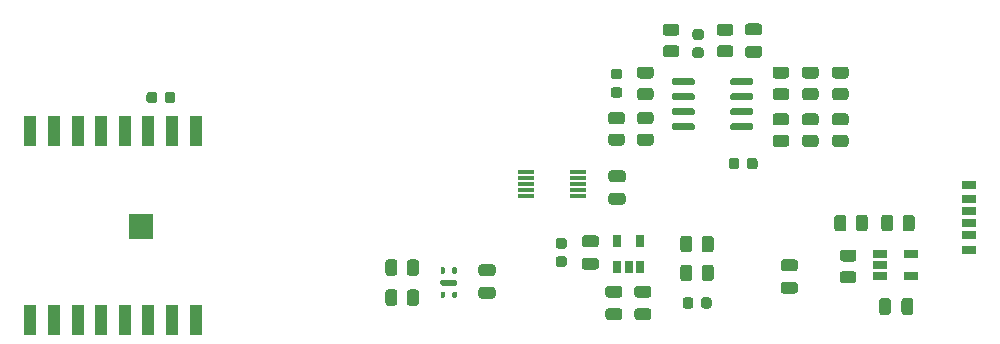
<source format=gtp>
G04 #@! TF.GenerationSoftware,KiCad,Pcbnew,(5.1.9)-1*
G04 #@! TF.CreationDate,2021-03-16T21:00:22+08:00*
G04 #@! TF.ProjectId,mcu,6d63752e-6b69-4636-9164-5f7063625858,v1.0*
G04 #@! TF.SameCoordinates,Original*
G04 #@! TF.FileFunction,Paste,Top*
G04 #@! TF.FilePolarity,Positive*
%FSLAX46Y46*%
G04 Gerber Fmt 4.6, Leading zero omitted, Abs format (unit mm)*
G04 Created by KiCad (PCBNEW (5.1.9)-1) date 2021-03-16 21:00:22*
%MOMM*%
%LPD*%
G01*
G04 APERTURE LIST*
%ADD10C,0.010000*%
%ADD11R,1.100000X2.600000*%
%ADD12R,1.400000X0.300000*%
%ADD13R,0.650000X1.060000*%
%ADD14R,1.220000X0.650000*%
%ADD15R,1.200000X0.700000*%
%ADD16R,1.200000X0.760000*%
%ADD17R,1.200000X0.800000*%
G04 APERTURE END LIST*
D10*
G36*
X53536600Y-88036400D02*
G01*
X53536600Y-90036400D01*
X51536600Y-90036400D01*
X51536600Y-88036400D01*
X53536600Y-88036400D01*
G37*
X53536600Y-88036400D02*
X53536600Y-90036400D01*
X51536600Y-90036400D01*
X51536600Y-88036400D01*
X53536600Y-88036400D01*
G36*
G01*
X75076000Y-93033002D02*
X75076000Y-92132998D01*
G75*
G02*
X75325998Y-91883000I249998J0D01*
G01*
X75851002Y-91883000D01*
G75*
G02*
X76101000Y-92132998I0J-249998D01*
G01*
X76101000Y-93033002D01*
G75*
G02*
X75851002Y-93283000I-249998J0D01*
G01*
X75325998Y-93283000D01*
G75*
G02*
X75076000Y-93033002I0J249998D01*
G01*
G37*
G36*
G01*
X73251000Y-93033002D02*
X73251000Y-92132998D01*
G75*
G02*
X73500998Y-91883000I249998J0D01*
G01*
X74026002Y-91883000D01*
G75*
G02*
X74276000Y-92132998I0J-249998D01*
G01*
X74276000Y-93033002D01*
G75*
G02*
X74026002Y-93283000I-249998J0D01*
G01*
X73500998Y-93283000D01*
G75*
G02*
X73251000Y-93033002I0J249998D01*
G01*
G37*
G36*
G01*
X78038000Y-93603000D02*
X79188000Y-93603000D01*
G75*
G02*
X79313000Y-93728000I0J-125000D01*
G01*
X79313000Y-93978000D01*
G75*
G02*
X79188000Y-94103000I-125000J0D01*
G01*
X78038000Y-94103000D01*
G75*
G02*
X77913000Y-93978000I0J125000D01*
G01*
X77913000Y-93728000D01*
G75*
G02*
X78038000Y-93603000I125000J0D01*
G01*
G37*
G36*
G01*
X79200500Y-95153000D02*
X79025500Y-95153000D01*
G75*
G02*
X78938000Y-95065500I0J87500D01*
G01*
X78938000Y-94690500D01*
G75*
G02*
X79025500Y-94603000I87500J0D01*
G01*
X79200500Y-94603000D01*
G75*
G02*
X79288000Y-94690500I0J-87500D01*
G01*
X79288000Y-95065500D01*
G75*
G02*
X79200500Y-95153000I-87500J0D01*
G01*
G37*
G36*
G01*
X78200500Y-95153000D02*
X78025500Y-95153000D01*
G75*
G02*
X77938000Y-95065500I0J87500D01*
G01*
X77938000Y-94690500D01*
G75*
G02*
X78025500Y-94603000I87500J0D01*
G01*
X78200500Y-94603000D01*
G75*
G02*
X78288000Y-94690500I0J-87500D01*
G01*
X78288000Y-95065500D01*
G75*
G02*
X78200500Y-95153000I-87500J0D01*
G01*
G37*
G36*
G01*
X78025500Y-92553000D02*
X78200500Y-92553000D01*
G75*
G02*
X78288000Y-92640500I0J-87500D01*
G01*
X78288000Y-93015500D01*
G75*
G02*
X78200500Y-93103000I-87500J0D01*
G01*
X78025500Y-93103000D01*
G75*
G02*
X77938000Y-93015500I0J87500D01*
G01*
X77938000Y-92640500D01*
G75*
G02*
X78025500Y-92553000I87500J0D01*
G01*
G37*
G36*
G01*
X79025500Y-92553000D02*
X79200500Y-92553000D01*
G75*
G02*
X79288000Y-92640500I0J-87500D01*
G01*
X79288000Y-93015500D01*
G75*
G02*
X79200500Y-93103000I-87500J0D01*
G01*
X79025500Y-93103000D01*
G75*
G02*
X78938000Y-93015500I0J87500D01*
G01*
X78938000Y-92640500D01*
G75*
G02*
X79025500Y-92553000I87500J0D01*
G01*
G37*
D11*
X57195600Y-81052400D03*
X55195600Y-81052400D03*
X53195600Y-81052400D03*
X51195600Y-81052400D03*
X49195600Y-81052400D03*
X47195600Y-81052400D03*
X45195600Y-81052400D03*
X43195600Y-81052400D03*
X43195600Y-97052400D03*
X45195600Y-97052400D03*
X47195600Y-97052400D03*
X49195600Y-97052400D03*
X51195600Y-97052400D03*
X53195600Y-97052400D03*
X55195600Y-97052400D03*
X57195600Y-97052400D03*
G36*
G01*
X97894922Y-72958760D02*
X96994918Y-72958760D01*
G75*
G02*
X96744920Y-72708762I0J249998D01*
G01*
X96744920Y-72183758D01*
G75*
G02*
X96994918Y-71933760I249998J0D01*
G01*
X97894922Y-71933760D01*
G75*
G02*
X98144920Y-72183758I0J-249998D01*
G01*
X98144920Y-72708762D01*
G75*
G02*
X97894922Y-72958760I-249998J0D01*
G01*
G37*
G36*
G01*
X97894922Y-74783760D02*
X96994918Y-74783760D01*
G75*
G02*
X96744920Y-74533762I0J249998D01*
G01*
X96744920Y-74008758D01*
G75*
G02*
X96994918Y-73758760I249998J0D01*
G01*
X97894922Y-73758760D01*
G75*
G02*
X98144920Y-74008758I0J-249998D01*
G01*
X98144920Y-74533762D01*
G75*
G02*
X97894922Y-74783760I-249998J0D01*
G01*
G37*
G36*
G01*
X92397920Y-86254760D02*
X93347920Y-86254760D01*
G75*
G02*
X93597920Y-86504760I0J-250000D01*
G01*
X93597920Y-87004760D01*
G75*
G02*
X93347920Y-87254760I-250000J0D01*
G01*
X92397920Y-87254760D01*
G75*
G02*
X92147920Y-87004760I0J250000D01*
G01*
X92147920Y-86504760D01*
G75*
G02*
X92397920Y-86254760I250000J0D01*
G01*
G37*
G36*
G01*
X92397920Y-84354760D02*
X93347920Y-84354760D01*
G75*
G02*
X93597920Y-84604760I0J-250000D01*
G01*
X93597920Y-85104760D01*
G75*
G02*
X93347920Y-85354760I-250000J0D01*
G01*
X92397920Y-85354760D01*
G75*
G02*
X92147920Y-85104760I0J250000D01*
G01*
X92147920Y-84604760D01*
G75*
G02*
X92397920Y-84354760I250000J0D01*
G01*
G37*
G36*
G01*
X104904920Y-72908760D02*
X103954920Y-72908760D01*
G75*
G02*
X103704920Y-72658760I0J250000D01*
G01*
X103704920Y-72158760D01*
G75*
G02*
X103954920Y-71908760I250000J0D01*
G01*
X104904920Y-71908760D01*
G75*
G02*
X105154920Y-72158760I0J-250000D01*
G01*
X105154920Y-72658760D01*
G75*
G02*
X104904920Y-72908760I-250000J0D01*
G01*
G37*
G36*
G01*
X104904920Y-74808760D02*
X103954920Y-74808760D01*
G75*
G02*
X103704920Y-74558760I0J250000D01*
G01*
X103704920Y-74058760D01*
G75*
G02*
X103954920Y-73808760I250000J0D01*
G01*
X104904920Y-73808760D01*
G75*
G02*
X105154920Y-74058760I0J-250000D01*
G01*
X105154920Y-74558760D01*
G75*
G02*
X104904920Y-74808760I-250000J0D01*
G01*
G37*
G36*
G01*
X99480920Y-73937760D02*
X99980920Y-73937760D01*
G75*
G02*
X100205920Y-74162760I0J-225000D01*
G01*
X100205920Y-74612760D01*
G75*
G02*
X99980920Y-74837760I-225000J0D01*
G01*
X99480920Y-74837760D01*
G75*
G02*
X99255920Y-74612760I0J225000D01*
G01*
X99255920Y-74162760D01*
G75*
G02*
X99480920Y-73937760I225000J0D01*
G01*
G37*
G36*
G01*
X99480920Y-72387760D02*
X99980920Y-72387760D01*
G75*
G02*
X100205920Y-72612760I0J-225000D01*
G01*
X100205920Y-73062760D01*
G75*
G02*
X99980920Y-73287760I-225000J0D01*
G01*
X99480920Y-73287760D01*
G75*
G02*
X99255920Y-73062760I0J225000D01*
G01*
X99255920Y-72612760D01*
G75*
G02*
X99480920Y-72387760I225000J0D01*
G01*
G37*
G36*
G01*
X102454400Y-76999800D02*
X102454400Y-76699800D01*
G75*
G02*
X102604400Y-76549800I150000J0D01*
G01*
X104254400Y-76549800D01*
G75*
G02*
X104404400Y-76699800I0J-150000D01*
G01*
X104404400Y-76999800D01*
G75*
G02*
X104254400Y-77149800I-150000J0D01*
G01*
X102604400Y-77149800D01*
G75*
G02*
X102454400Y-76999800I0J150000D01*
G01*
G37*
G36*
G01*
X102454400Y-78269800D02*
X102454400Y-77969800D01*
G75*
G02*
X102604400Y-77819800I150000J0D01*
G01*
X104254400Y-77819800D01*
G75*
G02*
X104404400Y-77969800I0J-150000D01*
G01*
X104404400Y-78269800D01*
G75*
G02*
X104254400Y-78419800I-150000J0D01*
G01*
X102604400Y-78419800D01*
G75*
G02*
X102454400Y-78269800I0J150000D01*
G01*
G37*
G36*
G01*
X102454400Y-79539800D02*
X102454400Y-79239800D01*
G75*
G02*
X102604400Y-79089800I150000J0D01*
G01*
X104254400Y-79089800D01*
G75*
G02*
X104404400Y-79239800I0J-150000D01*
G01*
X104404400Y-79539800D01*
G75*
G02*
X104254400Y-79689800I-150000J0D01*
G01*
X102604400Y-79689800D01*
G75*
G02*
X102454400Y-79539800I0J150000D01*
G01*
G37*
G36*
G01*
X102454400Y-80809800D02*
X102454400Y-80509800D01*
G75*
G02*
X102604400Y-80359800I150000J0D01*
G01*
X104254400Y-80359800D01*
G75*
G02*
X104404400Y-80509800I0J-150000D01*
G01*
X104404400Y-80809800D01*
G75*
G02*
X104254400Y-80959800I-150000J0D01*
G01*
X102604400Y-80959800D01*
G75*
G02*
X102454400Y-80809800I0J150000D01*
G01*
G37*
G36*
G01*
X97504400Y-80809800D02*
X97504400Y-80509800D01*
G75*
G02*
X97654400Y-80359800I150000J0D01*
G01*
X99304400Y-80359800D01*
G75*
G02*
X99454400Y-80509800I0J-150000D01*
G01*
X99454400Y-80809800D01*
G75*
G02*
X99304400Y-80959800I-150000J0D01*
G01*
X97654400Y-80959800D01*
G75*
G02*
X97504400Y-80809800I0J150000D01*
G01*
G37*
G36*
G01*
X97504400Y-79539800D02*
X97504400Y-79239800D01*
G75*
G02*
X97654400Y-79089800I150000J0D01*
G01*
X99304400Y-79089800D01*
G75*
G02*
X99454400Y-79239800I0J-150000D01*
G01*
X99454400Y-79539800D01*
G75*
G02*
X99304400Y-79689800I-150000J0D01*
G01*
X97654400Y-79689800D01*
G75*
G02*
X97504400Y-79539800I0J150000D01*
G01*
G37*
G36*
G01*
X97504400Y-78269800D02*
X97504400Y-77969800D01*
G75*
G02*
X97654400Y-77819800I150000J0D01*
G01*
X99304400Y-77819800D01*
G75*
G02*
X99454400Y-77969800I0J-150000D01*
G01*
X99454400Y-78269800D01*
G75*
G02*
X99304400Y-78419800I-150000J0D01*
G01*
X97654400Y-78419800D01*
G75*
G02*
X97504400Y-78269800I0J150000D01*
G01*
G37*
G36*
G01*
X97504400Y-76999800D02*
X97504400Y-76699800D01*
G75*
G02*
X97654400Y-76549800I150000J0D01*
G01*
X99304400Y-76549800D01*
G75*
G02*
X99454400Y-76699800I0J-150000D01*
G01*
X99454400Y-76999800D01*
G75*
G02*
X99304400Y-77149800I-150000J0D01*
G01*
X97654400Y-77149800D01*
G75*
G02*
X97504400Y-76999800I0J150000D01*
G01*
G37*
G36*
G01*
X53929400Y-77931200D02*
X53929400Y-78431200D01*
G75*
G02*
X53704400Y-78656200I-225000J0D01*
G01*
X53254400Y-78656200D01*
G75*
G02*
X53029400Y-78431200I0J225000D01*
G01*
X53029400Y-77931200D01*
G75*
G02*
X53254400Y-77706200I225000J0D01*
G01*
X53704400Y-77706200D01*
G75*
G02*
X53929400Y-77931200I0J-225000D01*
G01*
G37*
G36*
G01*
X55479400Y-77931200D02*
X55479400Y-78431200D01*
G75*
G02*
X55254400Y-78656200I-225000J0D01*
G01*
X54804400Y-78656200D01*
G75*
G02*
X54579400Y-78431200I0J225000D01*
G01*
X54579400Y-77931200D01*
G75*
G02*
X54804400Y-77706200I225000J0D01*
G01*
X55254400Y-77706200D01*
G75*
G02*
X55479400Y-77931200I0J-225000D01*
G01*
G37*
G36*
G01*
X99328600Y-95319600D02*
X99328600Y-95819600D01*
G75*
G02*
X99103600Y-96044600I-225000J0D01*
G01*
X98653600Y-96044600D01*
G75*
G02*
X98428600Y-95819600I0J225000D01*
G01*
X98428600Y-95319600D01*
G75*
G02*
X98653600Y-95094600I225000J0D01*
G01*
X99103600Y-95094600D01*
G75*
G02*
X99328600Y-95319600I0J-225000D01*
G01*
G37*
G36*
G01*
X100878600Y-95319600D02*
X100878600Y-95819600D01*
G75*
G02*
X100653600Y-96044600I-225000J0D01*
G01*
X100203600Y-96044600D01*
G75*
G02*
X99978600Y-95819600I0J225000D01*
G01*
X99978600Y-95319600D01*
G75*
G02*
X100203600Y-95094600I225000J0D01*
G01*
X100653600Y-95094600D01*
G75*
G02*
X100878600Y-95319600I0J-225000D01*
G01*
G37*
G36*
G01*
X103865920Y-84022760D02*
X103865920Y-83522760D01*
G75*
G02*
X104090920Y-83297760I225000J0D01*
G01*
X104540920Y-83297760D01*
G75*
G02*
X104765920Y-83522760I0J-225000D01*
G01*
X104765920Y-84022760D01*
G75*
G02*
X104540920Y-84247760I-225000J0D01*
G01*
X104090920Y-84247760D01*
G75*
G02*
X103865920Y-84022760I0J225000D01*
G01*
G37*
G36*
G01*
X102315920Y-84022760D02*
X102315920Y-83522760D01*
G75*
G02*
X102540920Y-83297760I225000J0D01*
G01*
X102990920Y-83297760D01*
G75*
G02*
X103215920Y-83522760I0J-225000D01*
G01*
X103215920Y-84022760D01*
G75*
G02*
X102990920Y-84247760I-225000J0D01*
G01*
X102540920Y-84247760D01*
G75*
G02*
X102315920Y-84022760I0J225000D01*
G01*
G37*
G36*
G01*
X93076400Y-76651800D02*
X92576400Y-76651800D01*
G75*
G02*
X92351400Y-76426800I0J225000D01*
G01*
X92351400Y-75976800D01*
G75*
G02*
X92576400Y-75751800I225000J0D01*
G01*
X93076400Y-75751800D01*
G75*
G02*
X93301400Y-75976800I0J-225000D01*
G01*
X93301400Y-76426800D01*
G75*
G02*
X93076400Y-76651800I-225000J0D01*
G01*
G37*
G36*
G01*
X93076400Y-78201800D02*
X92576400Y-78201800D01*
G75*
G02*
X92351400Y-77976800I0J225000D01*
G01*
X92351400Y-77526800D01*
G75*
G02*
X92576400Y-77301800I225000J0D01*
G01*
X93076400Y-77301800D01*
G75*
G02*
X93301400Y-77526800I0J-225000D01*
G01*
X93301400Y-77976800D01*
G75*
G02*
X93076400Y-78201800I-225000J0D01*
G01*
G37*
G36*
G01*
X87902800Y-91627400D02*
X88402800Y-91627400D01*
G75*
G02*
X88627800Y-91852400I0J-225000D01*
G01*
X88627800Y-92302400D01*
G75*
G02*
X88402800Y-92527400I-225000J0D01*
G01*
X87902800Y-92527400D01*
G75*
G02*
X87677800Y-92302400I0J225000D01*
G01*
X87677800Y-91852400D01*
G75*
G02*
X87902800Y-91627400I225000J0D01*
G01*
G37*
G36*
G01*
X87902800Y-90077400D02*
X88402800Y-90077400D01*
G75*
G02*
X88627800Y-90302400I0J-225000D01*
G01*
X88627800Y-90752400D01*
G75*
G02*
X88402800Y-90977400I-225000J0D01*
G01*
X87902800Y-90977400D01*
G75*
G02*
X87677800Y-90752400I0J225000D01*
G01*
X87677800Y-90302400D01*
G75*
G02*
X87902800Y-90077400I225000J0D01*
G01*
G37*
G36*
G01*
X112224802Y-80537300D02*
X111324798Y-80537300D01*
G75*
G02*
X111074800Y-80287302I0J249998D01*
G01*
X111074800Y-79762298D01*
G75*
G02*
X111324798Y-79512300I249998J0D01*
G01*
X112224802Y-79512300D01*
G75*
G02*
X112474800Y-79762298I0J-249998D01*
G01*
X112474800Y-80287302D01*
G75*
G02*
X112224802Y-80537300I-249998J0D01*
G01*
G37*
G36*
G01*
X112224802Y-82362300D02*
X111324798Y-82362300D01*
G75*
G02*
X111074800Y-82112302I0J249998D01*
G01*
X111074800Y-81587298D01*
G75*
G02*
X111324798Y-81337300I249998J0D01*
G01*
X112224802Y-81337300D01*
G75*
G02*
X112474800Y-81587298I0J-249998D01*
G01*
X112474800Y-82112302D01*
G75*
G02*
X112224802Y-82362300I-249998J0D01*
G01*
G37*
D12*
X89540000Y-84485800D03*
X89540000Y-84985800D03*
X89540000Y-85485800D03*
X89540000Y-85985800D03*
X89540000Y-86485800D03*
X85140000Y-86485800D03*
X85140000Y-85985800D03*
X85140000Y-85485800D03*
X85140000Y-84985800D03*
X85140000Y-84485800D03*
G36*
G01*
X106295598Y-81339200D02*
X107195602Y-81339200D01*
G75*
G02*
X107445600Y-81589198I0J-249998D01*
G01*
X107445600Y-82114202D01*
G75*
G02*
X107195602Y-82364200I-249998J0D01*
G01*
X106295598Y-82364200D01*
G75*
G02*
X106045600Y-82114202I0J249998D01*
G01*
X106045600Y-81589198D01*
G75*
G02*
X106295598Y-81339200I249998J0D01*
G01*
G37*
G36*
G01*
X106295598Y-79514200D02*
X107195602Y-79514200D01*
G75*
G02*
X107445600Y-79764198I0J-249998D01*
G01*
X107445600Y-80289202D01*
G75*
G02*
X107195602Y-80539200I-249998J0D01*
G01*
X106295598Y-80539200D01*
G75*
G02*
X106045600Y-80289202I0J249998D01*
G01*
X106045600Y-79764198D01*
G75*
G02*
X106295598Y-79514200I249998J0D01*
G01*
G37*
G36*
G01*
X107195602Y-76576800D02*
X106295598Y-76576800D01*
G75*
G02*
X106045600Y-76326802I0J249998D01*
G01*
X106045600Y-75801798D01*
G75*
G02*
X106295598Y-75551800I249998J0D01*
G01*
X107195602Y-75551800D01*
G75*
G02*
X107445600Y-75801798I0J-249998D01*
G01*
X107445600Y-76326802D01*
G75*
G02*
X107195602Y-76576800I-249998J0D01*
G01*
G37*
G36*
G01*
X107195602Y-78401800D02*
X106295598Y-78401800D01*
G75*
G02*
X106045600Y-78151802I0J249998D01*
G01*
X106045600Y-77626798D01*
G75*
G02*
X106295598Y-77376800I249998J0D01*
G01*
X107195602Y-77376800D01*
G75*
G02*
X107445600Y-77626798I0J-249998D01*
G01*
X107445600Y-78151802D01*
G75*
G02*
X107195602Y-78401800I-249998J0D01*
G01*
G37*
G36*
G01*
X108784798Y-77376800D02*
X109684802Y-77376800D01*
G75*
G02*
X109934800Y-77626798I0J-249998D01*
G01*
X109934800Y-78151802D01*
G75*
G02*
X109684802Y-78401800I-249998J0D01*
G01*
X108784798Y-78401800D01*
G75*
G02*
X108534800Y-78151802I0J249998D01*
G01*
X108534800Y-77626798D01*
G75*
G02*
X108784798Y-77376800I249998J0D01*
G01*
G37*
G36*
G01*
X108784798Y-75551800D02*
X109684802Y-75551800D01*
G75*
G02*
X109934800Y-75801798I0J-249998D01*
G01*
X109934800Y-76326802D01*
G75*
G02*
X109684802Y-76576800I-249998J0D01*
G01*
X108784798Y-76576800D01*
G75*
G02*
X108534800Y-76326802I0J249998D01*
G01*
X108534800Y-75801798D01*
G75*
G02*
X108784798Y-75551800I249998J0D01*
G01*
G37*
G36*
G01*
X109684802Y-80539200D02*
X108784798Y-80539200D01*
G75*
G02*
X108534800Y-80289202I0J249998D01*
G01*
X108534800Y-79764198D01*
G75*
G02*
X108784798Y-79514200I249998J0D01*
G01*
X109684802Y-79514200D01*
G75*
G02*
X109934800Y-79764198I0J-249998D01*
G01*
X109934800Y-80289202D01*
G75*
G02*
X109684802Y-80539200I-249998J0D01*
G01*
G37*
G36*
G01*
X109684802Y-82364200D02*
X108784798Y-82364200D01*
G75*
G02*
X108534800Y-82114202I0J249998D01*
G01*
X108534800Y-81589198D01*
G75*
G02*
X108784798Y-81339200I249998J0D01*
G01*
X109684802Y-81339200D01*
G75*
G02*
X109934800Y-81589198I0J-249998D01*
G01*
X109934800Y-82114202D01*
G75*
G02*
X109684802Y-82364200I-249998J0D01*
G01*
G37*
G36*
G01*
X111324798Y-77376800D02*
X112224802Y-77376800D01*
G75*
G02*
X112474800Y-77626798I0J-249998D01*
G01*
X112474800Y-78151802D01*
G75*
G02*
X112224802Y-78401800I-249998J0D01*
G01*
X111324798Y-78401800D01*
G75*
G02*
X111074800Y-78151802I0J249998D01*
G01*
X111074800Y-77626798D01*
G75*
G02*
X111324798Y-77376800I249998J0D01*
G01*
G37*
G36*
G01*
X111324798Y-75551800D02*
X112224802Y-75551800D01*
G75*
G02*
X112474800Y-75801798I0J-249998D01*
G01*
X112474800Y-76326802D01*
G75*
G02*
X112224802Y-76576800I-249998J0D01*
G01*
X111324798Y-76576800D01*
G75*
G02*
X111074800Y-76326802I0J249998D01*
G01*
X111074800Y-75801798D01*
G75*
G02*
X111324798Y-75551800I249998J0D01*
G01*
G37*
G36*
G01*
X94814798Y-77378700D02*
X95714802Y-77378700D01*
G75*
G02*
X95964800Y-77628698I0J-249998D01*
G01*
X95964800Y-78153702D01*
G75*
G02*
X95714802Y-78403700I-249998J0D01*
G01*
X94814798Y-78403700D01*
G75*
G02*
X94564800Y-78153702I0J249998D01*
G01*
X94564800Y-77628698D01*
G75*
G02*
X94814798Y-77378700I249998J0D01*
G01*
G37*
G36*
G01*
X94814798Y-75553700D02*
X95714802Y-75553700D01*
G75*
G02*
X95964800Y-75803698I0J-249998D01*
G01*
X95964800Y-76328702D01*
G75*
G02*
X95714802Y-76578700I-249998J0D01*
G01*
X94814798Y-76578700D01*
G75*
G02*
X94564800Y-76328702I0J249998D01*
G01*
X94564800Y-75803698D01*
G75*
G02*
X94814798Y-75553700I249998J0D01*
G01*
G37*
G36*
G01*
X94814798Y-81237600D02*
X95714802Y-81237600D01*
G75*
G02*
X95964800Y-81487598I0J-249998D01*
G01*
X95964800Y-82012602D01*
G75*
G02*
X95714802Y-82262600I-249998J0D01*
G01*
X94814798Y-82262600D01*
G75*
G02*
X94564800Y-82012602I0J249998D01*
G01*
X94564800Y-81487598D01*
G75*
G02*
X94814798Y-81237600I249998J0D01*
G01*
G37*
G36*
G01*
X94814798Y-79412600D02*
X95714802Y-79412600D01*
G75*
G02*
X95964800Y-79662598I0J-249998D01*
G01*
X95964800Y-80187602D01*
G75*
G02*
X95714802Y-80437600I-249998J0D01*
G01*
X94814798Y-80437600D01*
G75*
G02*
X94564800Y-80187602I0J249998D01*
G01*
X94564800Y-79662598D01*
G75*
G02*
X94814798Y-79412600I249998J0D01*
G01*
G37*
G36*
G01*
X93276402Y-80437600D02*
X92376398Y-80437600D01*
G75*
G02*
X92126400Y-80187602I0J249998D01*
G01*
X92126400Y-79662598D01*
G75*
G02*
X92376398Y-79412600I249998J0D01*
G01*
X93276402Y-79412600D01*
G75*
G02*
X93526400Y-79662598I0J-249998D01*
G01*
X93526400Y-80187602D01*
G75*
G02*
X93276402Y-80437600I-249998J0D01*
G01*
G37*
G36*
G01*
X93276402Y-82262600D02*
X92376398Y-82262600D01*
G75*
G02*
X92126400Y-82012602I0J249998D01*
G01*
X92126400Y-81487598D01*
G75*
G02*
X92376398Y-81237600I249998J0D01*
G01*
X93276402Y-81237600D01*
G75*
G02*
X93526400Y-81487598I0J-249998D01*
G01*
X93526400Y-82012602D01*
G75*
G02*
X93276402Y-82262600I-249998J0D01*
G01*
G37*
G36*
G01*
X102466922Y-72958760D02*
X101566918Y-72958760D01*
G75*
G02*
X101316920Y-72708762I0J249998D01*
G01*
X101316920Y-72183758D01*
G75*
G02*
X101566918Y-71933760I249998J0D01*
G01*
X102466922Y-71933760D01*
G75*
G02*
X102716920Y-72183758I0J-249998D01*
G01*
X102716920Y-72708762D01*
G75*
G02*
X102466922Y-72958760I-249998J0D01*
G01*
G37*
G36*
G01*
X102466922Y-74783760D02*
X101566918Y-74783760D01*
G75*
G02*
X101316920Y-74533762I0J249998D01*
G01*
X101316920Y-74008758D01*
G75*
G02*
X101566918Y-73758760I249998J0D01*
G01*
X102466922Y-73758760D01*
G75*
G02*
X102716920Y-74008758I0J-249998D01*
G01*
X102716920Y-74533762D01*
G75*
G02*
X102466922Y-74783760I-249998J0D01*
G01*
G37*
G36*
G01*
X99233600Y-92579598D02*
X99233600Y-93479602D01*
G75*
G02*
X98983602Y-93729600I-249998J0D01*
G01*
X98458598Y-93729600D01*
G75*
G02*
X98208600Y-93479602I0J249998D01*
G01*
X98208600Y-92579598D01*
G75*
G02*
X98458598Y-92329600I249998J0D01*
G01*
X98983602Y-92329600D01*
G75*
G02*
X99233600Y-92579598I0J-249998D01*
G01*
G37*
G36*
G01*
X101058600Y-92579598D02*
X101058600Y-93479602D01*
G75*
G02*
X100808602Y-93729600I-249998J0D01*
G01*
X100283598Y-93729600D01*
G75*
G02*
X100033600Y-93479602I0J249998D01*
G01*
X100033600Y-92579598D01*
G75*
G02*
X100283598Y-92329600I249998J0D01*
G01*
X100808602Y-92329600D01*
G75*
G02*
X101058600Y-92579598I0J-249998D01*
G01*
G37*
G36*
G01*
X100033600Y-91041202D02*
X100033600Y-90141198D01*
G75*
G02*
X100283598Y-89891200I249998J0D01*
G01*
X100808602Y-89891200D01*
G75*
G02*
X101058600Y-90141198I0J-249998D01*
G01*
X101058600Y-91041202D01*
G75*
G02*
X100808602Y-91291200I-249998J0D01*
G01*
X100283598Y-91291200D01*
G75*
G02*
X100033600Y-91041202I0J249998D01*
G01*
G37*
G36*
G01*
X98208600Y-91041202D02*
X98208600Y-90141198D01*
G75*
G02*
X98458598Y-89891200I249998J0D01*
G01*
X98983602Y-89891200D01*
G75*
G02*
X99233600Y-90141198I0J-249998D01*
G01*
X99233600Y-91041202D01*
G75*
G02*
X98983602Y-91291200I-249998J0D01*
G01*
X98458598Y-91291200D01*
G75*
G02*
X98208600Y-91041202I0J249998D01*
G01*
G37*
D13*
X92892400Y-90304000D03*
X94792400Y-90304000D03*
X94792400Y-92504000D03*
X93842400Y-92504000D03*
X92892400Y-92504000D03*
D14*
X117758400Y-91419200D03*
X117758400Y-93319200D03*
X115138400Y-93319200D03*
X115138400Y-92369200D03*
X115138400Y-91419200D03*
G36*
G01*
X113089200Y-89263202D02*
X113089200Y-88363198D01*
G75*
G02*
X113339198Y-88113200I249998J0D01*
G01*
X113864202Y-88113200D01*
G75*
G02*
X114114200Y-88363198I0J-249998D01*
G01*
X114114200Y-89263202D01*
G75*
G02*
X113864202Y-89513200I-249998J0D01*
G01*
X113339198Y-89513200D01*
G75*
G02*
X113089200Y-89263202I0J249998D01*
G01*
G37*
G36*
G01*
X111264200Y-89263202D02*
X111264200Y-88363198D01*
G75*
G02*
X111514198Y-88113200I249998J0D01*
G01*
X112039202Y-88113200D01*
G75*
G02*
X112289200Y-88363198I0J-249998D01*
G01*
X112289200Y-89263202D01*
G75*
G02*
X112039202Y-89513200I-249998J0D01*
G01*
X111514198Y-89513200D01*
G75*
G02*
X111264200Y-89263202I0J249998D01*
G01*
G37*
D15*
X122697600Y-88805200D03*
X122697600Y-87805200D03*
D16*
X122697600Y-89805200D03*
D17*
X122697600Y-91055200D03*
D16*
X122697600Y-86805200D03*
D17*
X122697600Y-85555200D03*
G36*
G01*
X111985198Y-92870800D02*
X112885202Y-92870800D01*
G75*
G02*
X113135200Y-93120798I0J-249998D01*
G01*
X113135200Y-93645802D01*
G75*
G02*
X112885202Y-93895800I-249998J0D01*
G01*
X111985198Y-93895800D01*
G75*
G02*
X111735200Y-93645802I0J249998D01*
G01*
X111735200Y-93120798D01*
G75*
G02*
X111985198Y-92870800I249998J0D01*
G01*
G37*
G36*
G01*
X111985198Y-91045800D02*
X112885202Y-91045800D01*
G75*
G02*
X113135200Y-91295798I0J-249998D01*
G01*
X113135200Y-91820802D01*
G75*
G02*
X112885202Y-92070800I-249998J0D01*
G01*
X111985198Y-92070800D01*
G75*
G02*
X111735200Y-91820802I0J249998D01*
G01*
X111735200Y-91295798D01*
G75*
G02*
X111985198Y-91045800I249998J0D01*
G01*
G37*
G36*
G01*
X75076000Y-95573002D02*
X75076000Y-94672998D01*
G75*
G02*
X75325998Y-94423000I249998J0D01*
G01*
X75851002Y-94423000D01*
G75*
G02*
X76101000Y-94672998I0J-249998D01*
G01*
X76101000Y-95573002D01*
G75*
G02*
X75851002Y-95823000I-249998J0D01*
G01*
X75325998Y-95823000D01*
G75*
G02*
X75076000Y-95573002I0J249998D01*
G01*
G37*
G36*
G01*
X73251000Y-95573002D02*
X73251000Y-94672998D01*
G75*
G02*
X73500998Y-94423000I249998J0D01*
G01*
X74026002Y-94423000D01*
G75*
G02*
X74276000Y-94672998I0J-249998D01*
G01*
X74276000Y-95573002D01*
G75*
G02*
X74026002Y-95823000I-249998J0D01*
G01*
X73500998Y-95823000D01*
G75*
G02*
X73251000Y-95573002I0J249998D01*
G01*
G37*
G36*
G01*
X116251600Y-88363198D02*
X116251600Y-89263202D01*
G75*
G02*
X116001602Y-89513200I-249998J0D01*
G01*
X115476598Y-89513200D01*
G75*
G02*
X115226600Y-89263202I0J249998D01*
G01*
X115226600Y-88363198D01*
G75*
G02*
X115476598Y-88113200I249998J0D01*
G01*
X116001602Y-88113200D01*
G75*
G02*
X116251600Y-88363198I0J-249998D01*
G01*
G37*
G36*
G01*
X118076600Y-88363198D02*
X118076600Y-89263202D01*
G75*
G02*
X117826602Y-89513200I-249998J0D01*
G01*
X117301598Y-89513200D01*
G75*
G02*
X117051600Y-89263202I0J249998D01*
G01*
X117051600Y-88363198D01*
G75*
G02*
X117301598Y-88113200I249998J0D01*
G01*
X117826602Y-88113200D01*
G75*
G02*
X118076600Y-88363198I0J-249998D01*
G01*
G37*
G36*
G01*
X106981800Y-93784400D02*
X107931800Y-93784400D01*
G75*
G02*
X108181800Y-94034400I0J-250000D01*
G01*
X108181800Y-94534400D01*
G75*
G02*
X107931800Y-94784400I-250000J0D01*
G01*
X106981800Y-94784400D01*
G75*
G02*
X106731800Y-94534400I0J250000D01*
G01*
X106731800Y-94034400D01*
G75*
G02*
X106981800Y-93784400I250000J0D01*
G01*
G37*
G36*
G01*
X106981800Y-91884400D02*
X107931800Y-91884400D01*
G75*
G02*
X108181800Y-92134400I0J-250000D01*
G01*
X108181800Y-92634400D01*
G75*
G02*
X107931800Y-92884400I-250000J0D01*
G01*
X106981800Y-92884400D01*
G75*
G02*
X106731800Y-92634400I0J250000D01*
G01*
X106731800Y-92134400D01*
G75*
G02*
X106981800Y-91884400I250000J0D01*
G01*
G37*
G36*
G01*
X81388480Y-94209240D02*
X82338480Y-94209240D01*
G75*
G02*
X82588480Y-94459240I0J-250000D01*
G01*
X82588480Y-94959240D01*
G75*
G02*
X82338480Y-95209240I-250000J0D01*
G01*
X81388480Y-95209240D01*
G75*
G02*
X81138480Y-94959240I0J250000D01*
G01*
X81138480Y-94459240D01*
G75*
G02*
X81388480Y-94209240I250000J0D01*
G01*
G37*
G36*
G01*
X81388480Y-92309240D02*
X82338480Y-92309240D01*
G75*
G02*
X82588480Y-92559240I0J-250000D01*
G01*
X82588480Y-93059240D01*
G75*
G02*
X82338480Y-93309240I-250000J0D01*
G01*
X81388480Y-93309240D01*
G75*
G02*
X81138480Y-93059240I0J250000D01*
G01*
X81138480Y-92559240D01*
G75*
G02*
X81388480Y-92309240I250000J0D01*
G01*
G37*
G36*
G01*
X90133134Y-91752400D02*
X91083134Y-91752400D01*
G75*
G02*
X91333134Y-92002400I0J-250000D01*
G01*
X91333134Y-92502400D01*
G75*
G02*
X91083134Y-92752400I-250000J0D01*
G01*
X90133134Y-92752400D01*
G75*
G02*
X89883134Y-92502400I0J250000D01*
G01*
X89883134Y-92002400D01*
G75*
G02*
X90133134Y-91752400I250000J0D01*
G01*
G37*
G36*
G01*
X90133134Y-89852400D02*
X91083134Y-89852400D01*
G75*
G02*
X91333134Y-90102400I0J-250000D01*
G01*
X91333134Y-90602400D01*
G75*
G02*
X91083134Y-90852400I-250000J0D01*
G01*
X90133134Y-90852400D01*
G75*
G02*
X89883134Y-90602400I0J250000D01*
G01*
X89883134Y-90102400D01*
G75*
G02*
X90133134Y-89852400I250000J0D01*
G01*
G37*
G36*
G01*
X116049200Y-95399400D02*
X116049200Y-96349400D01*
G75*
G02*
X115799200Y-96599400I-250000J0D01*
G01*
X115299200Y-96599400D01*
G75*
G02*
X115049200Y-96349400I0J250000D01*
G01*
X115049200Y-95399400D01*
G75*
G02*
X115299200Y-95149400I250000J0D01*
G01*
X115799200Y-95149400D01*
G75*
G02*
X116049200Y-95399400I0J-250000D01*
G01*
G37*
G36*
G01*
X117949200Y-95399400D02*
X117949200Y-96349400D01*
G75*
G02*
X117699200Y-96599400I-250000J0D01*
G01*
X117199200Y-96599400D01*
G75*
G02*
X116949200Y-96349400I0J250000D01*
G01*
X116949200Y-95399400D01*
G75*
G02*
X117199200Y-95149400I250000J0D01*
G01*
X117699200Y-95149400D01*
G75*
G02*
X117949200Y-95399400I0J-250000D01*
G01*
G37*
G36*
G01*
X92131267Y-96019600D02*
X93081267Y-96019600D01*
G75*
G02*
X93331267Y-96269600I0J-250000D01*
G01*
X93331267Y-96769600D01*
G75*
G02*
X93081267Y-97019600I-250000J0D01*
G01*
X92131267Y-97019600D01*
G75*
G02*
X91881267Y-96769600I0J250000D01*
G01*
X91881267Y-96269600D01*
G75*
G02*
X92131267Y-96019600I250000J0D01*
G01*
G37*
G36*
G01*
X92131267Y-94119600D02*
X93081267Y-94119600D01*
G75*
G02*
X93331267Y-94369600I0J-250000D01*
G01*
X93331267Y-94869600D01*
G75*
G02*
X93081267Y-95119600I-250000J0D01*
G01*
X92131267Y-95119600D01*
G75*
G02*
X91881267Y-94869600I0J250000D01*
G01*
X91881267Y-94369600D01*
G75*
G02*
X92131267Y-94119600I250000J0D01*
G01*
G37*
G36*
G01*
X94586600Y-96019600D02*
X95536600Y-96019600D01*
G75*
G02*
X95786600Y-96269600I0J-250000D01*
G01*
X95786600Y-96769600D01*
G75*
G02*
X95536600Y-97019600I-250000J0D01*
G01*
X94586600Y-97019600D01*
G75*
G02*
X94336600Y-96769600I0J250000D01*
G01*
X94336600Y-96269600D01*
G75*
G02*
X94586600Y-96019600I250000J0D01*
G01*
G37*
G36*
G01*
X94586600Y-94119600D02*
X95536600Y-94119600D01*
G75*
G02*
X95786600Y-94369600I0J-250000D01*
G01*
X95786600Y-94869600D01*
G75*
G02*
X95536600Y-95119600I-250000J0D01*
G01*
X94586600Y-95119600D01*
G75*
G02*
X94336600Y-94869600I0J250000D01*
G01*
X94336600Y-94369600D01*
G75*
G02*
X94586600Y-94119600I250000J0D01*
G01*
G37*
M02*

</source>
